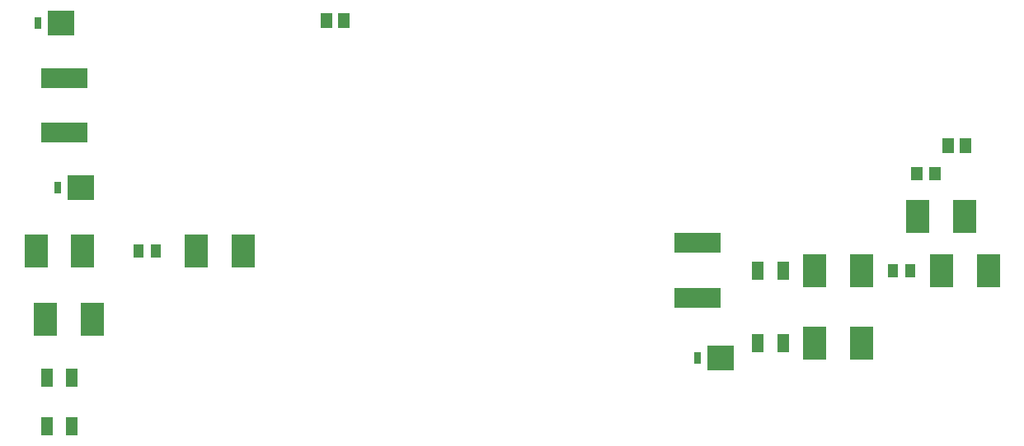
<source format=gtp>
G04*
G04 #@! TF.GenerationSoftware,Altium Limited,Altium Designer,22.8.2 (66)*
G04*
G04 Layer_Color=8421504*
%FSLAX44Y44*%
%MOMM*%
G71*
G04*
G04 #@! TF.SameCoordinates,AD83E0BB-F914-43FB-B5B6-00057FB2F5A7*
G04*
G04*
G04 #@! TF.FilePolarity,Positive*
G04*
G01*
G75*
%ADD12R,1.2000X1.5200*%
%ADD13R,1.1500X1.4500*%
%ADD14R,2.3700X3.3700*%
%ADD15R,1.1000X1.3800*%
%ADD16R,4.7000X2.0500*%
%ADD17R,0.7620X1.2700*%
%ADD18R,2.6700X2.5400*%
%ADD19R,1.3000X1.9200*%
D12*
X962690Y448480D02*
D03*
X980430D02*
D03*
X324530Y577090D02*
D03*
X342270D02*
D03*
D13*
X948810Y419778D02*
D03*
X930810D02*
D03*
D14*
X931762Y375836D02*
D03*
X979862D02*
D03*
X1004050Y320000D02*
D03*
X955950D02*
D03*
X825950D02*
D03*
X874050D02*
D03*
Y245000D02*
D03*
X825950D02*
D03*
X84050Y270000D02*
D03*
X35950D02*
D03*
X239050Y340000D02*
D03*
X190950D02*
D03*
X25950D02*
D03*
X74050D02*
D03*
D15*
X923850Y320000D02*
D03*
X906150D02*
D03*
X148850Y340000D02*
D03*
X131150D02*
D03*
D16*
X705500Y348250D02*
D03*
Y291750D02*
D03*
X55500Y518250D02*
D03*
Y461750D02*
D03*
D17*
X705243Y230000D02*
D03*
X48243Y405000D02*
D03*
X28243Y575000D02*
D03*
D18*
X728753Y230000D02*
D03*
X71753Y405000D02*
D03*
X51753Y575000D02*
D03*
D19*
X766900Y320000D02*
D03*
X793100D02*
D03*
Y245000D02*
D03*
X766900D02*
D03*
X36900Y210000D02*
D03*
X63100D02*
D03*
Y160000D02*
D03*
X36900D02*
D03*
M02*

</source>
